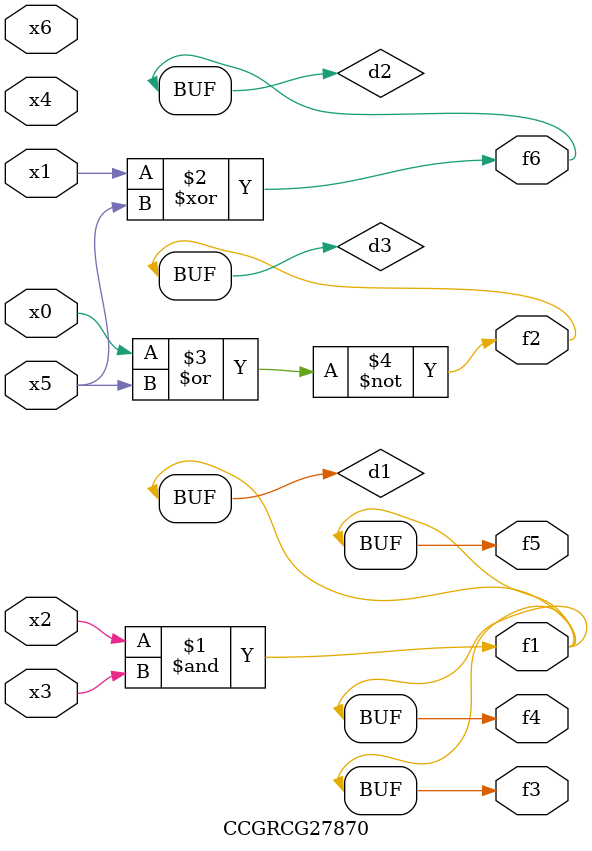
<source format=v>
module CCGRCG27870(
	input x0, x1, x2, x3, x4, x5, x6,
	output f1, f2, f3, f4, f5, f6
);

	wire d1, d2, d3;

	and (d1, x2, x3);
	xor (d2, x1, x5);
	nor (d3, x0, x5);
	assign f1 = d1;
	assign f2 = d3;
	assign f3 = d1;
	assign f4 = d1;
	assign f5 = d1;
	assign f6 = d2;
endmodule

</source>
